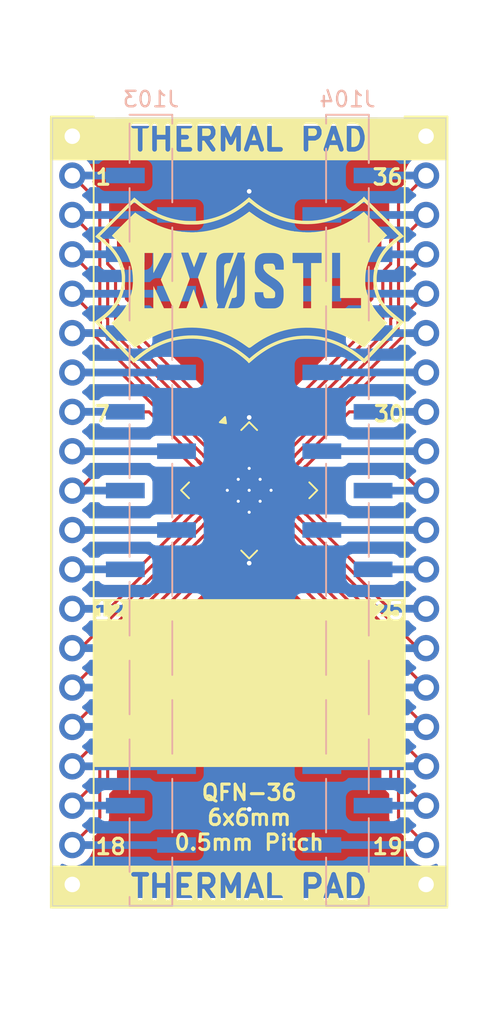
<source format=kicad_pcb>
(kicad_pcb (version 20241229) (generator "pcbnew") (generator_version "9.0")
  (layers (0 "F.Cu" signal) (2 "B.Cu" signal) (13 "F.Paste" user) (15 "B.Paste" user) (5 "F.SilkS" user "F.Silkscreen") (7 "B.SilkS" user "B.Silkscreen") (1 "F.Mask" user) (3 "B.Mask" user) (25 "Edge.Cuts" user))
  (net 0 "")
  (net 1 "/27")
  (net 2 "/10")
  (net 3 "/3")
  (net 4 "/6")
  (net 5 "/8")
  (net 6 "/1")
  (net 7 "/31")
  (net 8 "/7")
  (net 9 "/28")
  (net 10 "/2")
  (net 11 "/32")
  (net 12 "/24")
  (net 13 "/23")
  (net 14 "/19")
  (net 15 "/20")
  (net 16 "/18")
  (net 17 "/9")
  (net 18 "/14")
  (net 19 "/34")
  (net 20 "/26")
  (net 21 "/21")
  (net 22 "/16")
  (net 23 "/29")
  (net 24 "/15")
  (net 25 "/25")
  (net 26 "/30")
  (net 27 "/33")
  (net 28 "/17")
  (net 29 "/5")
  (net 30 "/4")
  (net 31 "/13")
  (net 32 "/12")
  (net 33 "/11")
  (net 34 "/22")
  (net 35 "/35")
  (net 36 "/37")
  (net 37 "/36")
  (footprint "Package_DFN_QFN:QFN-36-1EP_6x6mm_P0.5mm_EP3.7x3.7mm_ThermalVias" (layer "F.Cu") (at 102.87 113.007424 -45)
    (property "Reference" "U101" (hide yes))
    (property "Value" "QFN-48")
    (pad "1" smd roundrect (at -3.1275 -2 315) (size 1.2 0.25) (layers "F.Cu" "F.Mask" "F.Paste") (net 6 "/1"))
    (pad "2" smd roundrect (at -3.1275 -1.5 315) (size 1.2 0.25) (layers "F.Cu" "F.Mask" "F.Paste") (net 10 "/2"))
    (pad "3" smd roundrect (at -3.1275 -1 315) (size 1.2 0.25) (layers "F.Cu" "F.Mask" "F.Paste") (net 3 "/3"))
    (pad "4" smd roundrect (at -3.1275 -0.5 315) (size 1.2 0.25) (layers "F.Cu" "F.Mask" "F.Paste") (net 30 "/4"))
    (pad "5" smd roundrect (at -3.127499 0 315) (size 1.2 0.25) (layers "F.Cu" "F.Mask" "F.Paste") (net 29 "/5"))
    (pad "6" smd roundrect (at -3.1275 0.5 315) (size 1.2 0.25) (layers "F.Cu" "F.Mask" "F.Paste") (net 4 "/6"))
    (pad "7" smd roundrect (at -3.1275 1 315) (size 1.2 0.25) (layers "F.Cu" "F.Mask" "F.Paste") (net 8 "/7"))
    (pad "8" smd roundrect (at -3.1275 1.5 315) (size 1.2 0.25) (layers "F.Cu" "F.Mask" "F.Paste") (net 5 "/8"))
    (pad "9" smd roundrect (at -3.1275 2 315) (size 1.2 0.25) (layers "F.Cu" "F.Mask" "F.Paste") (net 17 "/9"))
    (pad "10" smd roundrect (at -2 3.1275 315) (size 0.25 1.2) (layers "F.Cu" "F.Mask" "F.Paste") (net 2 "/10"))
    (pad "11" smd roundrect (at -1.5 3.1275 315) (size 0.25 1.2) (layers "F.Cu" "F.Mask" "F.Paste") (net 33 "/11"))
    (pad "12" smd roundrect (at -1 3.1275 315) (size 0.25 1.2) (layers "F.Cu" "F.Mask" "F.Paste") (net 32 "/12"))
    (pad "13" smd roundrect (at -0.5 3.1275 315) (size 0.25 1.2) (layers "F.Cu" "F.Mask" "F.Paste") (net 31 "/13"))
    (pad "14" smd roundrect (at 0 3.127499 315) (size 0.25 1.2) (layers "F.Cu" "F.Mask" "F.Paste") (net 18 "/14"))
    (pad "15" smd roundrect (at 0.5 3.1275 315) (size 0.25 1.2) (layers "F.Cu" "F.Mask" "F.Paste") (net 24 "/15"))
    (pad "16" smd roundrect (at 1 3.1275 315) (size 0.25 1.2) (layers "F.Cu" "F.Mask" "F.Paste") (net 22 "/16"))
    (pad "17" smd roundrect (at 1.5 3.1275 315) (size 0.25 1.2) (layers "F.Cu" "F.Mask" "F.Paste") (net 28 "/17"))
    (pad "18" smd roundrect (at 2 3.1275 315) (size 0.25 1.2) (layers "F.Cu" "F.Mask" "F.Paste") (net 16 "/18"))
    (pad "19" smd roundrect (at 3.1275 2 315) (size 1.2 0.25) (layers "F.Cu" "F.Mask" "F.Paste") (net 14 "/19"))
    (pad "20" smd roundrect (at 3.1275 1.5 315) (size 1.2 0.25) (layers "F.Cu" "F.Mask" "F.Paste") (net 15 "/20"))
    (pad "21" smd roundrect (at 3.1275 1 315) (size 1.2 0.25) (layers "F.Cu" "F.Mask" "F.Paste") (net 21 "/21"))
    (pad "22" smd roundrect (at 3.1275 0.5 315) (size 1.2 0.25) (layers "F.Cu" "F.Mask" "F.Paste") (net 34 "/22"))
    (pad "23" smd roundrect (at 3.127499 0 315) (size 1.2 0.25) (layers "F.Cu" "F.Mask" "F.Paste") (net 13 "/23"))
    (pad "24" smd roundrect (at 3.1275 -0.5 315) (size 1.2 0.25) (layers "F.Cu" "F.Mask" "F.Paste") (net 12 "/24"))
    (pad "25" smd roundrect (at 3.1275 -1 315) (size 1.2 0.25) (layers "F.Cu" "F.Mask" "F.Paste") (net 25 "/25"))
    (pad "26" smd roundrect (at 3.1275 -1.5 315) (size 1.2 0.25) (layers "F.Cu" "F.Mask" "F.Paste") (net 20 "/26"))
    (pad "27" smd roundrect (at 3.1275 -2 315) (size 1.2 0.25) (layers "F.Cu" "F.Mask" "F.Paste") (net 1 "/27"))
    (pad "28" smd roundrect (at 2 -3.1275 315) (size 0.25 1.2) (layers "F.Cu" "F.Mask" "F.Paste") (net 9 "/28"))
    (pad "29" smd roundrect (at 1.5 -3.1275 315) (size 0.25 1.2) (layers "F.Cu" "F.Mask" "F.Paste") (net 23 "/29"))
    (pad "30" smd roundrect (at 1 -3.1275 315) (size 0.25 1.2) (layers "F.Cu" "F.Mask" "F.Paste") (net 26 "/30"))
    (pad "31" smd roundrect (at 0.5 -3.1275 315) (size 0.25 1.2) (layers "F.Cu" "F.Mask" "F.Paste") (net 7 "/31"))
    (pad "32" smd roundrect (at 0 -3.127499 315) (size 0.25 1.2) (layers "F.Cu" "F.Mask" "F.Paste") (net 11 "/32"))
    (pad "33" smd roundrect (at -0.5 -3.1275 315) (size 0.25 1.2) (layers "F.Cu" "F.Mask" "F.Paste") (net 27 "/33"))
    (pad "34" smd roundrect (at -1 -3.1275 315) (size 0.25 1.2) (layers "F.Cu" "F.Mask" "F.Paste") (net 19 "/34"))
    (pad "35" smd roundrect (at -1.5 -3.1275 315) (size 0.25 1.2) (layers "F.Cu" "F.Mask" "F.Paste") (net 35 "/35"))
    (pad "36" smd roundrect (at -2 -3.1275 315) (size 0.25 1.2) (layers "F.Cu" "F.Mask" "F.Paste") (net 37 "/36"))
    (pad "37" thru_hole circle (at -1 -1 315) (size 0.5 0.5) (drill 0.2) (property pad_prop_heatsink) (layers "*.Cu") (net 36 "/37"))
    (pad "37" thru_hole circle (at -1 0 315) (size 0.5 0.5) (drill 0.2) (property pad_prop_heatsink) (layers "*.Cu") (net 36 "/37"))
    (pad "37" thru_hole circle (at -1 1 315) (size 0.5 0.5) (drill 0.2) (property pad_prop_heatsink) (layers "*.Cu") (net 36 "/37"))
    (pad "37" thru_hole circle (at 0 -1 315) (size 0.5 0.5) (drill 0.2) (property pad_prop_heatsink) (layers "*.Cu") (net 36 "/37"))
    (pad "37" thru_hole circle (at 0 0 315) (size 0.5 0.5) (drill 0.2) (property pad_prop_heatsink) (layers "*.Cu") (net 36 "/37"))
    (pad "37" smd rect (at 0 0 315) (size 2.5 2.5) (property pad_prop_heatsink) (layers "B.Cu") (net 36 "/37"))
    (pad "37" smd rect (at 0 0 315) (size 3.7 3.7) (property pad_prop_heatsink) (layers "F.Cu" "F.Mask") (net 36 "/37"))
    (pad "37" thru_hole circle (at 0 1 315) (size 0.5 0.5) (drill 0.2) (property pad_prop_heatsink) (layers "*.Cu") (net 36 "/37"))
    (pad "37" thru_hole circle (at 1 -1 315) (size 0.5 0.5) (drill 0.2) (property pad_prop_heatsink) (layers "*.Cu") (net 36 "/37"))
    (pad "37" thru_hole circle (at 1 0 315) (size 0.5 0.5) (drill 0.2) (property pad_prop_heatsink) (layers "*.Cu") (net 36 "/37"))
    (pad "37" thru_hole circle (at 1 1 315) (size 0.5 0.5) (drill 0.2) (property pad_prop_heatsink) (layers "*.Cu") (net 36 "/37"))
  )
  (footprint "libraries:LogoSmall" (layer "F.Cu") (at 102.87 99.443545)
    (property "Reference" "G***" (hide yes))
    (property "Value" "LOGO" (hide yes))
  )
  (footprint "Connector_PinHeader_2.54mm:PinHeader_1x20_P2.54mm_Vertical" (layer "F.Cu") (at 91.44 90.17)
    (property "Reference" "J101" (hide yes))
    (property "Value" "Conn_01x26")
    (pad "1" thru_hole rect (at 0 0) (size 1.7 1.7) (drill 1) (layers "*.Cu" "*.Mask") (net 36 "/37"))
    (pad "2" thru_hole circle (at 0 2.54) (size 1.7 1.7) (drill 1) (layers "*.Cu" "*.Mask") (net 6 "/1"))
    (pad "3" thru_hole circle (at 0 5.08) (size 1.7 1.7) (drill 1) (layers "*.Cu" "*.Mask") (net 10 "/2"))
    (pad "4" thru_hole circle (at 0 7.62) (size 1.7 1.7) (drill 1) (layers "*.Cu" "*.Mask") (net 3 "/3"))
    (pad "5" thru_hole circle (at 0 10.16) (size 1.7 1.7) (drill 1) (layers "*.Cu" "*.Mask") (net 30 "/4"))
    (pad "6" thru_hole circle (at 0 12.7) (size 1.7 1.7) (drill 1) (layers "*.Cu" "*.Mask") (net 29 "/5"))
    (pad "7" thru_hole circle (at 0 15.24) (size 1.7 1.7) (drill 1) (layers "*.Cu" "*.Mask") (net 4 "/6"))
    (pad "8" thru_hole circle (at 0 17.78) (size 1.7 1.7) (drill 1) (layers "*.Cu" "*.Mask") (net 8 "/7"))
    (pad "9" thru_hole circle (at 0 20.32) (size 1.7 1.7) (drill 1) (layers "*.Cu" "*.Mask") (net 5 "/8"))
    (pad "10" thru_hole circle (at 0 22.86) (size 1.7 1.7) (drill 1) (layers "*.Cu" "*.Mask") (net 17 "/9"))
    (pad "11" thru_hole circle (at 0 25.4) (size 1.7 1.7) (drill 1) (layers "*.Cu" "*.Mask") (net 2 "/10"))
    (pad "12" thru_hole circle (at 0 27.94) (size 1.7 1.7) (drill 1) (layers "*.Cu" "*.Mask") (net 33 "/11"))
    (pad "13" thru_hole circle (at 0 30.48) (size 1.7 1.7) (drill 1) (layers "*.Cu" "*.Mask") (net 32 "/12"))
    (pad "14" thru_hole circle (at 0 33.02) (size 1.7 1.7) (drill 1) (layers "*.Cu" "*.Mask") (net 31 "/13"))
    (pad "15" thru_hole circle (at 0 35.56) (size 1.7 1.7) (drill 1) (layers "*.Cu" "*.Mask") (net 18 "/14"))
    (pad "16" thru_hole circle (at 0 38.1) (size 1.7 1.7) (drill 1) (layers "*.Cu" "*.Mask") (net 24 "/15"))
    (pad "17" thru_hole circle (at 0 40.64) (size 1.7 1.7) (drill 1) (layers "*.Cu" "*.Mask") (net 22 "/16"))
    (pad "18" thru_hole circle (at 0 43.18) (size 1.7 1.7) (drill 1) (layers "*.Cu" "*.Mask") (net 28 "/17"))
    (pad "19" thru_hole circle (at 0 45.72) (size 1.7 1.7) (drill 1) (layers "*.Cu" "*.Mask") (net 16 "/18"))
    (pad "20" thru_hole circle (at 0 48.26) (size 1.7 1.7) (drill 1) (layers "*.Cu" "*.Mask") (net 36 "/37"))
  )
  (footprint "Connector_PinHeader_2.54mm:PinHeader_1x20_P2.54mm_Vertical" (layer "F.Cu") (at 114.3 90.17)
    (property "Reference" "J102" (hide yes))
    (property "Value" "Conn_01x26")
    (pad "1" thru_hole circle (at 0 0) (size 1.7 1.7) (drill 1) (layers "*.Cu" "*.Mask") (net 36 "/37"))
    (pad "2" thru_hole circle (at 0 2.54) (size 1.7 1.7) (drill 1) (layers "*.Cu" "*.Mask") (net 37 "/36"))
    (pad "3" thru_hole circle (at 0 5.08) (size 1.7 1.7) (drill 1) (layers "*.Cu" "*.Mask") (net 35 "/35"))
    (pad "4" thru_hole circle (at 0 7.62) (size 1.7 1.7) (drill 1) (layers "*.Cu" "*.Mask") (net 19 "/34"))
    (pad "5" thru_hole circle (at 0 10.16) (size 1.7 1.7) (drill 1) (layers "*.Cu" "*.Mask") (net 27 "/33"))
    (pad "6" thru_hole circle (at 0 12.7) (size 1.7 1.7) (drill 1) (layers "*.Cu" "*.Mask") (net 11 "/32"))
    (pad "7" thru_hole circle (at 0 15.24) (size 1.7 1.7) (drill 1) (layers "*.Cu" "*.Mask") (net 7 "/31"))
    (pad "8" thru_hole circle (at 0 17.78) (size 1.7 1.7) (drill 1) (layers "*.Cu" "*.Mask") (net 26 "/30"))
    (pad "9" thru_hole circle (at 0 20.32) (size 1.7 1.7) (drill 1) (layers "*.Cu" "*.Mask") (net 23 "/29"))
    (pad "10" thru_hole circle (at 0 22.86) (size 1.7 1.7) (drill 1) (layers "*.Cu" "*.Mask") (net 9 "/28"))
    (pad "11" thru_hole circle (at 0 25.4) (size 1.7 1.7) (drill 1) (layers "*.Cu" "*.Mask") (net 1 "/27"))
    (pad "12" thru_hole circle (at 0 27.94) (size 1.7 1.7) (drill 1) (layers "*.Cu" "*.Mask") (net 20 "/26"))
    (pad "13" thru_hole circle (at 0 30.48) (size 1.7 1.7) (drill 1) (layers "*.Cu" "*.Mask") (net 25 "/25"))
    (pad "14" thru_hole circle (at 0 33.02) (size 1.7 1.7) (drill 1) (layers "*.Cu" "*.Mask") (net 12 "/24"))
    (pad "15" thru_hole circle (at 0 35.56) (size 1.7 1.7) (drill 1) (layers "*.Cu" "*.Mask") (net 13 "/23"))
    (pad "16" thru_hole circle (at 0 38.1) (size 1.7 1.7) (drill 1) (layers "*.Cu" "*.Mask") (net 34 "/22"))
    (pad "17" thru_hole circle (at 0 40.64) (size 1.7 1.7) (drill 1) (layers "*.Cu" "*.Mask") (net 21 "/21"))
    (pad "18" thru_hole circle (at 0 43.18) (size 1.7 1.7) (drill 1) (layers "*.Cu" "*.Mask") (net 15 "/20"))
    (pad "19" thru_hole circle (at 0 45.72) (size 1.7 1.7) (drill 1) (layers "*.Cu" "*.Mask") (net 14 "/19"))
    (pad "20" thru_hole circle (at 0 48.26) (size 1.7 1.7) (drill 1) (layers "*.Cu" "*.Mask") (net 36 "/37"))
  )
  (footprint "Connector_PinHeader_2.54mm:PinHeader_1x20_P2.54mm_Vertical_SMD_Pin1Left" (layer "B.Cu") (at 96.52 114.295 180)
    (property "Reference" "J103" (at 0 26.51 0) (layer "B.SilkS") (effects (justify mirror)))
    (property "Value" "Conn_01x26")
    (pad "1" smd rect (at -1.655 24.13 180) (size 2.51 1) (layers "B.Cu" "B.Mask" "B.Paste") (net 36 "/37"))
    (pad "2" smd rect (at 1.655 21.59 180) (size 2.51 1) (layers "B.Cu" "B.Mask" "B.Paste") (net 6 "/1"))
    (pad "3" smd rect (at -1.655 19.05 180) (size 2.51 1) (layers "B.Cu" "B.Mask" "B.Paste") (net 10 "/2"))
    (pad "4" smd rect (at 1.655 16.51 180) (size 2.51 1) (layers "B.Cu" "B.Mask" "B.Paste") (net 3 "/3"))
    (pad "5" smd rect (at -1.655 13.97 180) (size 2.51 1) (layers "B.Cu" "B.Mask" "B.Paste") (net 30 "/4"))
    (pad "6" smd rect (at 1.655 11.43 180) (size 2.51 1) (layers "B.Cu" "B.Mask" "B.Paste") (net 29 "/5"))
    (pad "7" smd rect (at -1.655 8.89 180) (size 2.51 1) (layers "B.Cu" "B.Mask" "B.Paste") (net 4 "/6"))
    (pad "8" smd rect (at 1.655 6.35 180) (size 2.51 1) (layers "B.Cu" "B.Mask" "B.Paste") (net 8 "/7"))
    (pad "9" smd rect (at -1.655 3.81 180) (size 2.51 1) (layers "B.Cu" "B.Mask" "B.Paste") (net 5 "/8"))
    (pad "10" smd rect (at 1.655 1.27 180) (size 2.51 1) (layers "B.Cu" "B.Mask" "B.Paste") (net 17 "/9"))
    (pad "11" smd rect (at -1.655 -1.27 180) (size 2.51 1) (layers "B.Cu" "B.Mask" "B.Paste") (net 2 "/10"))
    (pad "12" smd rect (at 1.655 -3.81 180) (size 2.51 1) (layers "B.Cu" "B.Mask" "B.Paste") (net 33 "/11"))
    (pad "13" smd rect (at -1.655 -6.35 180) (size 2.51 1) (layers "B.Cu" "B.Mask" "B.Paste") (net 32 "/12"))
    (pad "14" smd rect (at 1.655 -8.89 180) (size 2.51 1) (layers "B.Cu" "B.Mask" "B.Paste") (net 31 "/13"))
    (pad "15" smd rect (at -1.655 -11.43 180) (size 2.51 1) (layers "B.Cu" "B.Mask" "B.Paste") (net 18 "/14"))
    (pad "16" smd rect (at 1.655 -13.97 180) (size 2.51 1) (layers "B.Cu" "B.Mask" "B.Paste") (net 24 "/15"))
    (pad "17" smd rect (at -1.655 -16.51 180) (size 2.51 1) (layers "B.Cu" "B.Mask" "B.Paste") (net 22 "/16"))
    (pad "18" smd rect (at 1.655 -19.05 180) (size 2.51 1) (layers "B.Cu" "B.Mask" "B.Paste") (net 28 "/17"))
    (pad "19" smd rect (at -1.655 -21.59 180) (size 2.51 1) (layers "B.Cu" "B.Mask" "B.Paste") (net 16 "/18"))
    (pad "20" smd rect (at 1.655 -24.13 180) (size 2.51 1) (layers "B.Cu" "B.Mask" "B.Paste") (net 36 "/37"))
  )
  (footprint "Connector_PinHeader_2.54mm:PinHeader_1x20_P2.54mm_Vertical_SMD_Pin1Right" (layer "B.Cu") (at 109.22 114.295 180)
    (property "Reference" "J104" (at 0 26.51 0) (layer "B.SilkS") (effects (justify mirror)))
    (property "Value" "Conn_01x26")
    (pad "1" smd rect (at 1.655 24.13 180) (size 2.51 1) (layers "B.Cu" "B.Mask" "B.Paste") (net 36 "/37"))
    (pad "2" smd rect (at -1.655 21.59 180) (size 2.51 1) (layers "B.Cu" "B.Mask" "B.Paste") (net 37 "/36"))
    (pad "3" smd rect (at 1.655 19.05 180) (size 2.51 1) (layers "B.Cu" "B.Mask" "B.Paste") (net 35 "/35"))
    (pad "4" smd rect (at -1.655 16.51 180) (size 2.51 1) (layers "B.Cu" "B.Mask" "B.Paste") (net 19 "/34"))
    (pad "5" smd rect (at 1.655 13.97 180) (size 2.51 1) (layers "B.Cu" "B.Mask" "B.Paste") (net 27 "/33"))
    (pad "6" smd rect (at -1.655 11.43 180) (size 2.51 1) (layers "B.Cu" "B.Mask" "B.Paste") (net 11 "/32"))
    (pad "7" smd rect (at 1.655 8.89 180) (size 2.51 1) (layers "B.Cu" "B.Mask" "B.Paste") (net 7 "/31"))
    (pad "8" smd rect (at -1.655 6.35 180) (size 2.51 1) (layers "B.Cu" "B.Mask" "B.Paste") (net 26 "/30"))
    (pad "9" smd rect (at 1.655 3.81 180) (size 2.51 1) (layers "B.Cu" "B.Mask" "B.Paste") (net 23 "/29"))
    (pad "10" smd rect (at -1.655 1.27 180) (size 2.51 1) (layers "B.Cu" "B.Mask" "B.Paste") (net 9 "/28"))
    (pad "11" smd rect (at 1.655 -1.27 180) (size 2.51 1) (layers "B.Cu" "B.Mask" "B.Paste") (net 1 "/27"))
    (pad "12" smd rect (at -1.655 -3.81 180) (size 2.51 1) (layers "B.Cu" "B.Mask" "B.Paste") (net 20 "/26"))
    (pad "13" smd rect (at 1.655 -6.35 180) (size 2.51 1) (layers "B.Cu" "B.Mask" "B.Paste") (net 25 "/25"))
    (pad "14" smd rect (at -1.655 -8.89 180) (size 2.51 1) (layers "B.Cu" "B.Mask" "B.Paste") (net 12 "/24"))
    (pad "15" smd rect (at 1.655 -11.43 180) (size 2.51 1) (layers "B.Cu" "B.Mask" "B.Paste") (net 13 "/23"))
    (pad "16" smd rect (at -1.655 -13.97 180) (size 2.51 1) (layers "B.Cu" "B.Mask" "B.Paste") (net 34 "/22"))
    (pad "17" smd rect (at 1.655 -16.51 180) (size 2.51 1) (layers "B.Cu" "B.Mask" "B.Paste") (net 21 "/21"))
    (pad "18" smd rect (at -1.655 -19.05 180) (size 2.51 1) (layers "B.Cu" "B.Mask" "B.Paste") (net 15 "/20"))
    (pad "19" smd rect (at 1.655 -21.59 180) (size 2.51 1) (layers "B.Cu" "B.Mask" "B.Paste") (net 14 "/19"))
    (pad "20" smd rect (at -1.655 -24.13 180) (size 2.51 1) (layers "B.Cu" "B.Mask" "B.Paste") (net 36 "/37"))
  )
  (gr_rect (start 90.043 137.264174) (end 95.123 139.931424) (stroke (width 0.1)) (fill yes) (layer "F.SilkS"))
  (gr_rect (start 92.837 121.486424) (end 112.903 130.802424) (stroke (width 0.1)) (fill yes) (layer "F.SilkS"))
  (gr_rect (start 94.80975 91.265274) (end 110.6085 91.671674) (stroke (width 0.1)) (fill yes) (layer "F.SilkS"))
  (gr_rect (start 110.4815 137.264174) (end 115.68 139.931424) (stroke (width 0.1)) (fill yes) (layer "F.SilkS"))
  (gr_rect (start 94.2255 89.004424) (end 111.16725 89.233024) (stroke (width 0.1)) (fill yes) (layer "F.SilkS"))
  (gr_rect (start 94.8605 137.264174) (end 110.91325 137.492524) (stroke (width 0.1)) (fill yes) (layer "F.SilkS"))
  (gr_rect (start 93.92075 139.525024) (end 111.6245 139.931424) (stroke (width 0.1)) (fill yes) (layer "F.SilkS"))
  (gr_rect (start 94.802 120.077424) (end 110.858 128.764424) (stroke (width 0.1)) (fill yes) (layer "F.SilkS"))
  (gr_rect (start 90.043 89.004424) (end 95.123 91.671674) (stroke (width 0.1)) (fill yes) (layer "F.SilkS"))
  (gr_rect (start 110.49425 89.004424) (end 115.68 91.671674) (stroke (width 0.1)) (fill yes) (layer "F.SilkS"))
  (gr_rect (start 90.17 89.004424) (end 115.57 139.804424) (stroke (width 0.05)) (fill no) (layer "Edge.Cuts"))
  (gr_text "25" (at 112.972729 120.78812 0) (layer "F.SilkS" knockout) (effects (font (size 1 1) (thickness 0.2) (bold yes)) (justify right)))
  (gr_text "36" (at 112.903 92.814424 0) (layer "F.SilkS") (effects (font (size 1 1) (thickness 0.2) (bold yes)) (justify right)))
  (gr_text "19" (at 112.903 135.994424 0) (layer "F.SilkS") (effects (font (size 1 1) (thickness 0.2) (bold yes)) (justify right)))
  (gr_text "7" (at 92.76 108.084424 0) (layer "F.SilkS") (effects (font (size 1 1) (thickness 0.2) (bold yes)) (justify left)))
  (gr_text "QFN-36\n6x6mm\n0.5mm Pitch" (at 102.87 136.307243 0) (layer "F.SilkS") (effects (font (size 1 1) (thickness 0.2) (bold yes)) (justify bottom)))
  (gr_text "12" (at 92.75 120.784424 0) (layer "F.SilkS" knockout) (effects (font (size 1 1) (thickness 0.2) (bold yes)) (justify left)))
  (gr_text "THERMAL PAD" (at 102.8615 138.597799 0) (layer "F.SilkS" knockout) (effects (font (size 1.5 1.5) (thickness 0.3))))
  (gr_text "THERMAL PAD" (at 102.8615 90.338049 0) (layer "F.SilkS" knockout) (effects (font (size 1.5 1.5) (thickness 0.3))))
  (gr_text "30" (at 112.99 108.084424 0) (layer "F.SilkS") (effects (font (size 1 1) (thickness 0.2) (bold yes)) (justify right)))
  (gr_text "1" (at 92.837 92.814424 0) (layer "F.SilkS") (effects (font (size 1 1) (thickness 0.2) (bold yes)) (justify left)))
  (gr_text "18" (at 92.837 135.994424 0) (layer "F.SilkS") (effects (font (size 1 1) (thickness 0.2) (bold yes)) (justify left)))
  (segment (start 106.49569 113.804687) (end 108.261003 115.57) (width 0.2) (layer "F.Cu") (net 1))
  (segment (start 108.261003 115.57) (end 114.3 115.57) (width 0.2) (layer "F.Cu") (net 1))
  (segment (start 114.295 115.565) (end 114.3 115.57) (width 0.5) (layer "B.Cu") (net 1))
  (segment (start 107.565 115.565) (end 114.295 115.565) (width 0.5) (layer "B.Cu") (net 1))
  (segment (start 97.478997 115.57) (end 91.44 115.57) (width 0.2) (layer "F.Cu") (net 2))
  (segment (start 99.24431 113.804687) (end 97.478997 115.57) (width 0.2) (layer "F.Cu") (net 2))
  (segment (start 91.44 115.57) (end 98.17 115.57) (width 0.5) (layer "B.Cu") (net 2))
  (segment (start 98.17 115.57) (end 98.175 115.565) (width 0.5) (layer "B.Cu") (net 2))
  (segment (start 93.218 101.450424) (end 93.218 99.568) (width 0.2) (layer "F.Cu") (net 3))
  (segment (start 93.726 102.449211) (end 93.726 101.958424) (width 0.2) (layer "F.Cu") (net 3))
  (segment (start 93.218 99.568) (end 91.44 97.79) (width 0.2) (layer "F.Cu") (net 3))
  (segment (start 101.36563 110.088841) (end 93.726 102.449211) (width 0.2) (layer "F.Cu") (net 3))
  (segment (start 93.726 101.958424) (end 93.218 101.450424) (width 0.2) (layer "F.Cu") (net 3))
  (segment (start 94.865 97.785) (end 91.445 97.785) (width 0.5) (layer "B.Cu") (net 3))
  (segment (start 91.445 97.785) (end 91.44 97.79) (width 0.5) (layer "B.Cu") (net 3))
  (segment (start 100.30497 111.149501) (end 94.565469 105.41) (width 0.2) (layer "F.Cu") (net 4))
  (segment (start 94.565469 105.41) (end 91.44 105.41) (width 0.2) (layer "F.Cu") (net 4))
  (segment (start 98.17 105.41) (end 98.175 105.405) (width 0.5) (layer "B.Cu") (net 4))
  (segment (start 91.44 105.41) (end 98.17 105.41) (width 0.5) (layer "B.Cu") (net 4))
  (segment (start 99.597863 111.856608) (end 98.231255 110.49) (width 0.2) (layer "F.Cu") (net 5))
  (segment (start 98.231255 110.49) (end 91.44 110.49) (width 0.2) (layer "F.Cu") (net 5))
  (segment (start 91.44 110.49) (end 98.17 110.49) (width 0.5) (layer "B.Cu") (net 5))
  (segment (start 98.17 110.49) (end 98.175 110.485) (width 0.5) (layer "B.Cu") (net 5))
  (segment (start 94.742 102.050997) (end 94.742 101.450424) (width 0.2) (layer "F.Cu") (net 6))
  (segment (start 93.218 96.370424) (end 93.218 94.488) (width 0.2) (layer "F.Cu") (net 6))
  (segment (start 93.726 96.878424) (end 93.218 96.370424) (width 0.2) (layer "F.Cu") (net 6))
  (segment (start 102.072737 109.381734) (end 94.742 102.050997) (width 0.2) (layer "F.Cu") (net 6))
  (segment (start 94.742 101.450424) (end 94.234 100.942424) (width 0.2) (layer "F.Cu") (net 6))
  (segment (start 94.234 100.942424) (end 94.234 98.910424) (width 0.2) (layer "F.Cu") (net 6))
  (segment (start 93.726 98.402424) (end 93.726 96.878424) (width 0.2) (layer "F.Cu") (net 6))
  (segment (start 94.234 98.910424) (end 93.726 98.402424) (width 0.2) (layer "F.Cu") (net 6))
  (segment (start 93.218 94.488) (end 91.44 92.71) (width 0.2) (layer "F.Cu") (net 6))
  (segment (start 91.445 92.705) (end 91.44 92.71) (width 0.5) (layer "B.Cu") (net 6))
  (segment (start 94.865 92.705) (end 91.445 92.705) (width 0.5) (layer "B.Cu") (net 6))
  (segment (start 105.43503 111.149501) (end 111.174531 105.41) (width 0.2) (layer "F.Cu") (net 7))
  (segment (start 111.174531 105.41) (end 114.3 105.41) (width 0.2) (layer "F.Cu") (net 7))
  (segment (start 114.295 105.405) (end 114.3 105.41) (width 0.5) (layer "B.Cu") (net 7))
  (segment (start 107.565 105.405) (end 114.295 105.405) (width 0.5) (layer "B.Cu") (net 7))
  (segment (start 96.398363 107.95) (end 91.44 107.95) (width 0.2) (layer "F.Cu") (net 8))
  (segment (start 99.951417 111.503054) (end 96.398363 107.95) (width 0.2) (layer "F.Cu") (net 8))
  (segment (start 94.865 107.945) (end 91.445 107.945) (width 0.5) (layer "B.Cu") (net 8))
  (segment (start 91.445 107.945) (end 91.44 107.95) (width 0.5) (layer "B.Cu") (net 8))
  (segment (start 113.941576 113.03) (end 114.3 113.03) (width 0.2) (layer "F.Cu") (net 9))
  (segment (start 112.522 111.610424) (end 113.941576 113.03) (width 0.2) (layer "F.Cu") (net 9))
  (segment (start 107.095427 111.610424) (end 112.522 111.610424) (width 0.2) (layer "F.Cu") (net 9))
  (segment (start 106.49569 112.210161) (end 107.095427 111.610424) (width 0.2) (layer "F.Cu") (net 9))
  (segment (start 110.88 113.03) (end 110.875 113.025) (width 0.5) (layer "B.Cu") (net 9))
  (segment (start 114.3 113.03) (end 110.88 113.03) (width 0.5) (layer "B.Cu") (net 9))
  (segment (start 94.234 102.250103) (end 94.234 101.704424) (width 0.2) (layer "F.Cu") (net 10))
  (segment (start 101.719184 109.735287) (end 94.234 102.250103) (width 0.2) (layer "F.Cu") (net 10))
  (segment (start 94.234 101.704424) (end 93.726 101.196424) (width 0.2) (layer "F.Cu") (net 10))
  (segment (start 93.218 98.656424) (end 93.218 97.028) (width 0.2) (layer "F.Cu") (net 10))
  (segment (start 93.218 97.028) (end 91.44 95.25) (width 0.2) (layer "F.Cu") (net 10))
  (segment (start 93.726 101.196424) (end 93.726 99.164424) (width 0.2) (layer "F.Cu") (net 10))
  (segment (start 93.726 99.164424) (end 93.218 98.656424) (width 0.2) (layer "F.Cu") (net 10))
  (segment (start 98.17 95.25) (end 98.175 95.245) (width 0.5) (layer "B.Cu") (net 10))
  (segment (start 91.44 95.25) (end 98.17 95.25) (width 0.5) (layer "B.Cu") (net 10))
  (segment (start 105.081476 110.795948) (end 113.007424 102.87) (width 0.2) (layer "F.Cu") (net 11))
  (segment (start 113.007424 102.87) (end 114.3 102.87) (width 0.2) (layer "F.Cu") (net 11))
  (segment (start 114.3 102.87) (end 110.88 102.87) (width 0.5) (layer "B.Cu") (net 11))
  (segment (start 110.88 102.87) (end 110.875 102.865) (width 0.5) (layer "B.Cu") (net 11))
  (segment (start 113.759683 123.19) (end 114.3 123.19) (width 0.2) (layer "F.Cu") (net 12))
  (segment (start 105.43503 114.865347) (end 113.759683 123.19) (width 0.2) (layer "F.Cu") (net 12))
  (segment (start 110.88 123.19) (end 110.875 123.185) (width 0.5) (layer "B.Cu") (net 12))
  (segment (start 114.3 123.19) (end 110.88 123.19) (width 0.5) (layer "B.Cu") (net 12))
  (segment (start 105.081476 115.2189) (end 112.522 122.659424) (width 0.2) (layer "F.Cu") (net 13))
  (segment (start 112.522 123.952) (end 114.3 125.73) (width 0.2) (layer "F.Cu") (net 13))
  (segment (start 112.522 122.659424) (end 112.522 123.952) (width 0.2) (layer "F.Cu") (net 13))
  (segment (start 107.565 125.725) (end 114.295 125.725) (width 0.5) (layer "B.Cu") (net 13))
  (segment (start 114.295 125.725) (end 114.3 125.73) (width 0.5) (layer "B.Cu") (net 13))
  (segment (start 111.506 127.762) (end 111.506 129.54) (width 0.2) (layer "F.Cu") (net 14))
  (segment (start 110.49 123.455851) (end 110.49 124.968) (width 0.2) (layer "F.Cu") (net 14))
  (segment (start 103.667263 116.633114) (end 110.49 123.455851) (width 0.2) (layer "F.Cu") (net 14))
  (segment (start 110.998 125.476) (end 110.998 127.254) (width 0.2) (layer "F.Cu") (net 14))
  (segment (start 112.014 131.826) (end 112.522 132.334) (width 0.2) (layer "F.Cu") (net 14))
  (segment (start 112.522 134.112) (end 114.3 135.89) (width 0.2) (layer "F.Cu") (net 14))
  (segment (start 112.014 130.048) (end 112.014 131.826) (width 0.2) (layer "F.Cu") (net 14))
  (segment (start 111.506 129.54) (end 112.014 130.048) (width 0.2) (layer "F.Cu") (net 14))
  (segment (start 110.49 124.968) (end 110.998 125.476) (width 0.2) (layer "F.Cu") (net 14))
  (segment (start 112.522 132.334) (end 112.522 134.112) (width 0.2) (layer "F.Cu") (net 14))
  (segment (start 110.998 127.254) (end 111.506 127.762) (width 0.2) (layer "F.Cu") (net 14))
  (segment (start 114.295 135.885) (end 114.3 135.89) (width 0.5) (layer "B.Cu") (net 14))
  (segment (start 107.565 135.885) (end 114.295 135.885) (width 0.5) (layer "B.Cu") (net 14))
  (segment (start 112.014 127.508) (end 112.014 129.286) (width 0.2) (layer "F.Cu") (net 15))
  (segment (start 112.014 129.286) (end 112.522 129.794) (width 0.2) (layer "F.Cu") (net 15))
  (segment (start 110.998 123.256745) (end 110.998 124.714) (width 0.2) (layer "F.Cu") (net 15))
  (segment (start 104.020816 116.279561) (end 110.998 123.256745) (width 0.2) (layer "F.Cu") (net 15))
  (segment (start 110.998 124.714) (end 111.506 125.222) (width 0.2) (layer "F.Cu") (net 15))
  (segment (start 111.506 127) (end 112.014 127.508) (width 0.2) (layer "F.Cu") (net 15))
  (segment (start 112.522 129.794) (end 112.522 131.572) (width 0.2) (layer "F.Cu") (net 15))
  (segment (start 112.522 131.572) (end 114.3 133.35) (width 0.2) (layer "F.Cu") (net 15))
  (segment (start 111.506 125.222) (end 111.506 127) (width 0.2) (layer "F.Cu") (net 15))
  (segment (start 114.3 133.35) (end 110.88 133.35) (width 0.5) (layer "B.Cu") (net 15))
  (segment (start 110.88 133.35) (end 110.875 133.345) (width 0.5) (layer "B.Cu") (net 15))
  (segment (start 94.234 127.762) (end 94.234 129.54) (width 0.2) (layer "F.Cu") (net 16))
  (segment (start 94.234 129.54) (end 93.726 130.048) (width 0.2) (layer "F.Cu") (net 16))
  (segment (start 93.726 130.048) (end 93.726 131.826) (width 0.2) (layer "F.Cu") (net 16))
  (segment (start 95.25 124.968) (end 94.742 125.476) (width 0.2) (layer "F.Cu") (net 16))
  (segment (start 93.726 131.826) (end 93.218 132.334) (width 0.2) (layer "F.Cu") (net 16))
  (segment (start 102.072737 116.633114) (end 95.25 123.455851) (width 0.2) (layer "F.Cu") (net 16))
  (segment (start 95.25 123.455851) (end 95.25 124.968) (width 0.2) (layer "F.Cu") (net 16))
  (segment (start 93.218 134.112) (end 91.44 135.89) (width 0.2) (layer "F.Cu") (net 16))
  (segment (start 94.742 127.254) (end 94.234 127.762) (width 0.2) (layer "F.Cu") (net 16))
  (segment (start 93.218 132.334) (end 93.218 134.112) (width 0.2) (layer "F.Cu") (net 16))
  (segment (start 94.742 125.476) (end 94.742 127.254) (width 0.2) (layer "F.Cu") (net 16))
  (segment (start 91.44 135.89) (end 98.17 135.89) (width 0.5) (layer "B.Cu") (net 16))
  (segment (start 98.17 135.89) (end 98.175 135.885) (width 0.5) (layer "B.Cu") (net 16))
  (segment (start 93.218 111.610424) (end 91.798424 113.03) (width 0.2) (layer "F.Cu") (net 17))
  (segment (start 91.798424 113.03) (end 91.44 113.03) (width 0.2) (layer "F.Cu") (net 17))
  (segment (start 99.24431 112.210161) (end 98.644573 111.610424) (width 0.2) (layer "F.Cu") (net 17))
  (segment (start 98.644573 111.610424) (end 93.218 111.610424) (width 0.2) (layer "F.Cu") (net 17))
  (segment (start 94.865 113.025) (end 91.445 113.025) (width 0.5) (layer "B.Cu") (net 17))
  (segment (start 91.445 113.025) (end 91.44 113.03) (width 0.5) (layer "B.Cu") (net 17))
  (segment (start 93.218 123.952) (end 91.44 125.73) (width 0.2) (layer "F.Cu") (net 18))
  (segment (start 100.658524 115.2189) (end 93.218 122.659424) (width 0.2) (layer "F.Cu") (net 18))
  (segment (start 93.218 122.659424) (end 93.218 123.952) (width 0.2) (layer "F.Cu") (net 18))
  (segment (start 98.17 125.73) (end 98.175 125.725) (width 0.5) (layer "B.Cu") (net 18))
  (segment (start 91.44 125.73) (end 98.17 125.73) (width 0.5) (layer "B.Cu") (net 18))
  (segment (start 112.522 101.450424) (end 112.522 99.568) (width 0.2) (layer "F.Cu") (net 19))
  (segment (start 112.522 99.568) (end 114.3 97.79) (width 0.2) (layer "F.Cu") (net 19))
  (segment (start 112.014 102.449211) (end 112.014 101.958424) (width 0.2) (layer "F.Cu") (net 19))
  (segment (start 104.37437 110.088841) (end 112.014 102.449211) (width 0.2) (layer "F.Cu") (net 19))
  (segment (start 112.014 101.958424) (end 112.522 101.450424) (width 0.2) (layer "F.Cu") (net 19))
  (segment (start 110.88 97.79) (end 110.875 97.785) (width 0.5) (layer "B.Cu") (net 19))
  (segment (start 114.3 97.79) (end 110.88 97.79) (width 0.5) (layer "B.Cu") (net 19))
  (segment (start 106.142137 114.15824) (end 110.093897 118.11) (width 0.2) (layer "F.Cu") (net 20))
  (segment (start 110.093897 118.11) (end 114.3 118.11) (width 0.2) (layer "F.Cu") (net 20))
  (segment (start 114.3 118.11) (end 110.88 118.11) (width 0.5) (layer "B.Cu") (net 20))
  (segment (start 110.88 118.11) (end 110.875 118.105) (width 0.5) (layer "B.Cu") (net 20))
  (segment (start 104.37437 115.926007) (end 111.506 123.057637) (width 0.2) (layer "F.Cu") (net 21))
  (segment (start 112.522 129.032) (end 114.3 130.81) (width 0.2) (layer "F.Cu") (net 21))
  (segment (start 112.014 124.968) (end 112.014 126.746) (width 0.2) (layer "F.Cu") (net 21))
  (segment (start 111.506 124.46) (end 112.014 124.968) (width 0.2) (layer "F.Cu") (net 21))
  (segment (start 111.506 123.057637) (end 111.506 124.46) (width 0.2) (layer "F.Cu") (net 21))
  (segment (start 112.014 126.746) (end 112.522 127.254) (width 0.2) (layer "F.Cu") (net 21))
  (segment (start 112.522 127.254) (end 112.522 129.032) (width 0.2) (layer "F.Cu") (net 21))
  (segment (start 114.295 130.805) (end 114.3 130.81) (width 0.5) (layer "B.Cu") (net 21))
  (segment (start 107.565 130.805) (end 114.295 130.805) (width 0.5) (layer "B.Cu") (net 21))
  (segment (start 93.726 126.746) (end 93.218 127.254) (width 0.2) (layer "F.Cu") (net 22))
  (segment (start 93.726 124.968) (end 93.726 126.746) (width 0.2) (layer "F.Cu") (net 22))
  (segment (start 93.218 127.254) (end 93.218 129.032) (width 0.2) (layer "F.Cu") (net 22))
  (segment (start 101.36563 115.926007) (end 94.234 123.057637) (width 0.2) (layer "F.Cu") (net 22))
  (segment (start 93.218 129.032) (end 91.44 130.81) (width 0.2) (layer "F.Cu") (net 22))
  (segment (start 94.234 123.057637) (end 94.234 124.46) (width 0.2) (layer "F.Cu") (net 22))
  (segment (start 94.234 124.46) (end 93.726 124.968) (width 0.2) (layer "F.Cu") (net 22))
  (segment (start 98.17 130.81) (end 98.175 130.805) (width 0.5) (layer "B.Cu") (net 22))
  (segment (start 91.44 130.81) (end 98.17 130.81) (width 0.5) (layer "B.Cu") (net 22))
  (segment (start 106.142137 111.856608) (end 107.508745 110.49) (width 0.2) (layer "F.Cu") (net 23))
  (segment (start 107.508745 110.49) (end 114.3 110.49) (width 0.2) (layer "F.Cu") (net 23))
  (segment (start 107.565 110.485) (end 114.295 110.485) (width 0.5) (layer "B.Cu") (net 23))
  (segment (start 114.295 110.485) (end 114.3 110.49) (width 0.5) (layer "B.Cu") (net 23))
  (segment (start 93.218 124.714) (end 93.218 126.492) (width 0.2) (layer "F.Cu") (net 24))
  (segment (start 93.726 122.858531) (end 93.726 124.206) (width 0.2) (layer "F.Cu") (net 24))
  (segment (start 93.726 124.206) (end 93.218 124.714) (width 0.2) (layer "F.Cu") (net 24))
  (segment (start 101.012077 115.572454) (end 93.726 122.858531) (width 0.2) (layer "F.Cu") (net 24))
  (segment (start 93.218 126.492) (end 91.44 128.27) (width 0.2) (layer "F.Cu") (net 24))
  (segment (start 94.865 128.265) (end 91.445 128.265) (width 0.5) (layer "B.Cu") (net 24))
  (segment (start 91.445 128.265) (end 91.44 128.27) (width 0.5) (layer "B.Cu") (net 24))
  (segment (start 111.926789 120.65) (end 114.3 120.65) (width 0.2) (layer "F.Cu") (net 25))
  (segment (start 105.788583 114.511794) (end 111.926789 120.65) (width 0.2) (layer "F.Cu") (net 25))
  (segment (start 107.565 120.645) (end 114.295 120.645) (width 0.5) (layer "B.Cu") (net 25))
  (segment (start 114.295 120.645) (end 114.3 120.65) (width 0.5) (layer "B.Cu") (net 25))
  (segment (start 109.341637 107.95) (end 114.3 107.95) (width 0.2) (layer "F.Cu") (net 26))
  (segment (start 105.788583 111.503054) (end 109.341637 107.95) (width 0.2) (layer "F.Cu") (net 26))
  (segment (start 114.3 107.95) (end 110.88 107.95) (width 0.5) (layer "B.Cu") (net 26))
  (segment (start 110.88 107.95) (end 110.875 107.945) (width 0.5) (layer "B.Cu") (net 26))
  (segment (start 104.727923 110.442394) (end 112.485946 102.68437) (width 0.2) (layer "F.Cu") (net 27))
  (segment (start 112.485946 102.144054) (end 114.3 100.33) (width 0.2) (layer "F.Cu") (net 27))
  (segment (start 112.485946 102.68437) (end 112.485946 102.144054) (width 0.2) (layer "F.Cu") (net 27))
  (segment (start 114.295 100.325) (end 114.3 100.33) (width 0.5) (layer "B.Cu") (net 27))
  (segment (start 107.565 100.325) (end 114.295 100.325) (width 0.5) (layer "B.Cu") (net 27))
  (segment (start 94.742 124.714) (end 94.234 125.222) (width 0.2) (layer "F.Cu") (net 28))
  (segment (start 101.719184 116.279561) (end 94.742 123.256745) (width 0.2) (layer "F.Cu") (net 28))
  (segment (start 93.218 131.572) (end 91.44 133.35) (width 0.2) (layer "F.Cu") (net 28))
  (segment (start 94.234 125.222) (end 94.234 127) (width 0.2) (layer "F.Cu") (net 28))
  (segment (start 94.742 123.256745) (end 94.742 124.714) (width 0.2) (layer "F.Cu") (net 28))
  (segment (start 93.726 127.508) (end 93.726 129.286) (width 0.2) (layer "F.Cu") (net 28))
  (segment (start 93.218 129.794) (end 93.218 131.572) (width 0.2) (layer "F.Cu") (net 28))
  (segment (start 94.234 127) (end 93.726 127.508) (width 0.2) (layer "F.Cu") (net 28))
  (segment (start 93.726 129.286) (end 93.218 129.794) (width 0.2) (layer "F.Cu") (net 28))
  (segment (start 91.445 133.345) (end 91.44 133.35) (width 0.5) (layer "B.Cu") (net 28))
  (segment (start 94.865 133.345) (end 91.445 133.345) (width 0.5) (layer "B.Cu") (net 28))
  (segment (start 100.658524 110.795948) (end 92.732576 102.87) (width 0.2) (layer "F.Cu") (net 29))
  (segment (start 92.732576 102.87) (end 91.44 102.87) (width 0.2) (layer "F.Cu") (net 29))
  (segment (start 94.865 102.865) (end 91.445 102.865) (width 0.5) (layer "B.Cu") (net 29))
  (segment (start 91.445 102.865) (end 91.44 102.87) (width 0.5) (layer "B.Cu") (net 29))
  (segment (start 93.254054 102.68437) (end 93.254054 102.144054) (width 0.2) (layer "F.Cu") (net 30))
  (segment (start 101.012077 110.442394) (end 93.254054 102.68437) (width 0.2) (layer "F.Cu") (net 30))
  (segment (start 93.254054 102.144054) (end 91.44 100.33) (width 0.2) (layer "F.Cu") (net 30))
  (segment (start 98.17 100.33) (end 98.175 100.325) (width 0.5) (layer "B.Cu") (net 30))
  (segment (start 91.44 100.33) (end 98.17 100.33) (width 0.5) (layer "B.Cu") (net 30))
  (segment (start 91.980317 123.19) (end 91.44 123.19) (width 0.2) (layer "F.Cu") (net 31))
  (segment (start 100.30497 114.865347) (end 91.980317 123.19) (width 0.2) (layer "F.Cu") (net 31))
  (segment (start 94.865 123.185) (end 91.445 123.185) (width 0.5) (layer "B.Cu") (net 31))
  (segment (start 91.445 123.185) (end 91.44 123.19) (width 0.5) (layer "B.Cu") (net 31))
  (segment (start 93.813211 120.65) (end 91.44 120.65) (width 0.2) (layer "F.Cu") (net 32))
  (segment (start 99.951417 114.511794) (end 93.813211 120.65) (width 0.2) (layer "F.Cu") (net 32))
  (segment (start 91.44 120.65) (end 98.17 120.65) (width 0.5) (layer "B.Cu") (net 32))
  (segment (start 98.17 120.65) (end 98.175 120.645) (width 0.5) (layer "B.Cu") (net 32))
  (segment (start 95.646103 118.11) (end 91.44 118.11) (width 0.2) (layer "F.Cu") (net 33))
  (segment (start 99.597863 114.15824) (end 95.646103 118.11) (width 0.2) (layer "F.Cu") (net 33))
  (segment (start 91.445 118.105) (end 91.44 118.11) (width 0.5) (layer "B.Cu") (net 33))
  (segment (start 94.865 118.105) (end 91.445 118.105) (width 0.5) (layer "B.Cu") (net 33))
  (segment (start 112.522 124.714) (end 112.522 126.492) (width 0.2) (layer "F.Cu") (net 34))
  (segment (start 112.014 122.858531) (end 112.014 124.206) (width 0.2) (layer "F.Cu") (net 34))
  (segment (start 104.727923 115.572454) (end 112.014 122.858531) (width 0.2) (layer "F.Cu") (net 34))
  (segment (start 112.014 124.206) (end 112.522 124.714) (width 0.2) (layer "F.Cu") (net 34))
  (segment (start 112.522 126.492) (end 114.3 128.27) (width 0.2) (layer "F.Cu") (net 34))
  (segment (start 110.88 128.27) (end 110.875 128.265) (width 0.5) (layer "B.Cu") (net 34))
  (segment (start 114.3 128.27) (end 110.88 128.27) (width 0.5) (layer "B.Cu") (net 34))
  (segment (start 104.020816 109.735287) (end 111.506 102.250103) (width 0.2) (layer "F.Cu") (net 35))
  (segment (start 112.522 98.656424) (end 112.522 97.028) (width 0.2) (layer "F.Cu") (net 35))
  (segment (start 112.522 97.028) (end 114.3 95.25) (width 0.2) (layer "F.Cu") (net 35))
  (segment (start 112.014 99.164424) (end 112.522 98.656424) (width 0.2) (layer "F.Cu") (net 35))
  (segment (start 111.506 101.704424) (end 112.014 101.196424) (width 0.2) (layer "F.Cu") (net 35))
  (segment (start 112.014 101.196424) (end 112.014 99.164424) (width 0.2) (layer "F.Cu") (net 35))
  (segment (start 111.506 102.250103) (end 111.506 101.704424) (width 0.2) (layer "F.Cu") (net 35))
  (segment (start 107.57 95.25) (end 107.565 95.245) (width 0.5) (layer "B.Cu") (net 35))
  (segment (start 114.3 95.25) (end 107.57 95.25) (width 0.5) (layer "B.Cu") (net 35))
  (via (at 102.87 93.726) (size 0.6) (drill 0.3) (layers "F.Cu" "B.Cu") (net 36))
  (via (at 102.87 133.581424) (size 0.6) (drill 0.3) (layers "F.Cu" "B.Cu") (net 36))
  (via (at 102.87 108.308424) (size 0.6) (drill 0.3) (layers "F.Cu" "B.Cu") (net 36))
  (via (at 102.87 117.706424) (size 0.6) (drill 0.3) (layers "F.Cu" "B.Cu") (net 36))
  (segment (start 107.565 90.165) (end 114.295 90.165) (width 0.5) (layer "B.Cu") (net 36))
  (segment (start 110.875 138.425) (end 94.865 138.425) (width 0.5) (layer "B.Cu") (net 36))
  (segment (start 98.175 90.165) (end 107.565 90.165) (width 0.5) (layer "B.Cu") (net 36))
  (segment (start 91.445 138.425) (end 91.44 138.43) (width 0.5) (layer "B.Cu") (net 36))
  (segment (start 91.44 90.17) (end 98.17 90.17) (width 0.5) (layer "B.Cu") (net 36))
  (segment (start 110.88 138.43) (end 110.875 138.425) (width 0.5) (layer "B.Cu") (net 36))
  (segment (start 114.295 90.165) (end 114.3 90.17) (width 0.5) (layer "B.Cu") (net 36))
  (segment (start 98.17 90.17) (end 98.175 90.165) (width 0.5) (layer "B.Cu") (net 36))
  (segment (start 114.3 138.43) (end 110.88 138.43) (width 0.5) (layer "B.Cu") (net 36))
  (segment (start 94.865 138.425) (end 91.445 138.425) (width 0.5) (layer "B.Cu") (net 36))
  (segment (start 112.014 96.878424) (end 112.522 96.370424) (width 0.2) (layer "F.Cu") (net 37))
  (segment (start 112.522 96.370424) (end 112.522 94.488) (width 0.2) (layer "F.Cu") (net 37))
  (segment (start 111.506 100.942424) (end 111.506 98.910424) (width 0.2) (layer "F.Cu") (net 37))
  (segment (start 110.998 101.450424) (end 111.506 100.942424) (width 0.2) (layer "F.Cu") (net 37))
  (segment (start 112.014 98.402424) (end 112.014 96.878424) (width 0.2) (layer "F.Cu") (net 37))
  (segment (start 111.506 98.910424) (end 112.014 98.402424) (width 0.2) (layer "F.Cu") (net 37))
  (segment (start 112.522 94.488) (end 114.3 92.71) (width 0.2) (layer "F.Cu") (net 37))
  (segment (start 103.667263 109.381734) (end 110.998 102.050997) (width 0.2) (layer "F.Cu") (net 37))
  (segment (start 110.998 102.050997) (end 110.998 101.450424) (width 0.2) (layer "F.Cu") (net 37))
  (segment (start 114.295 92.705) (end 114.3 92.71) (width 0.5) (layer "B.Cu") (net 37))
  (segment (start 110.875 92.705) (end 114.295 92.705) (width 0.5) (layer "B.Cu") (net 37))
  (zone (net 36) (net_name "/37") (layers "F.Cu" "B.Cu") (priority 1) (connect_pads yes (clearance 0.5)) (min_thickness 0.25) (fill yes (thermal_gap 0.5) (thermal_bridge_width 0.5))
    (polygon (pts (xy 90.17 81.384424) (xy 115.57 81.384424) (xy 115.57 147.424424) (xy 90.17 147.424424)))
  )
)
</source>
